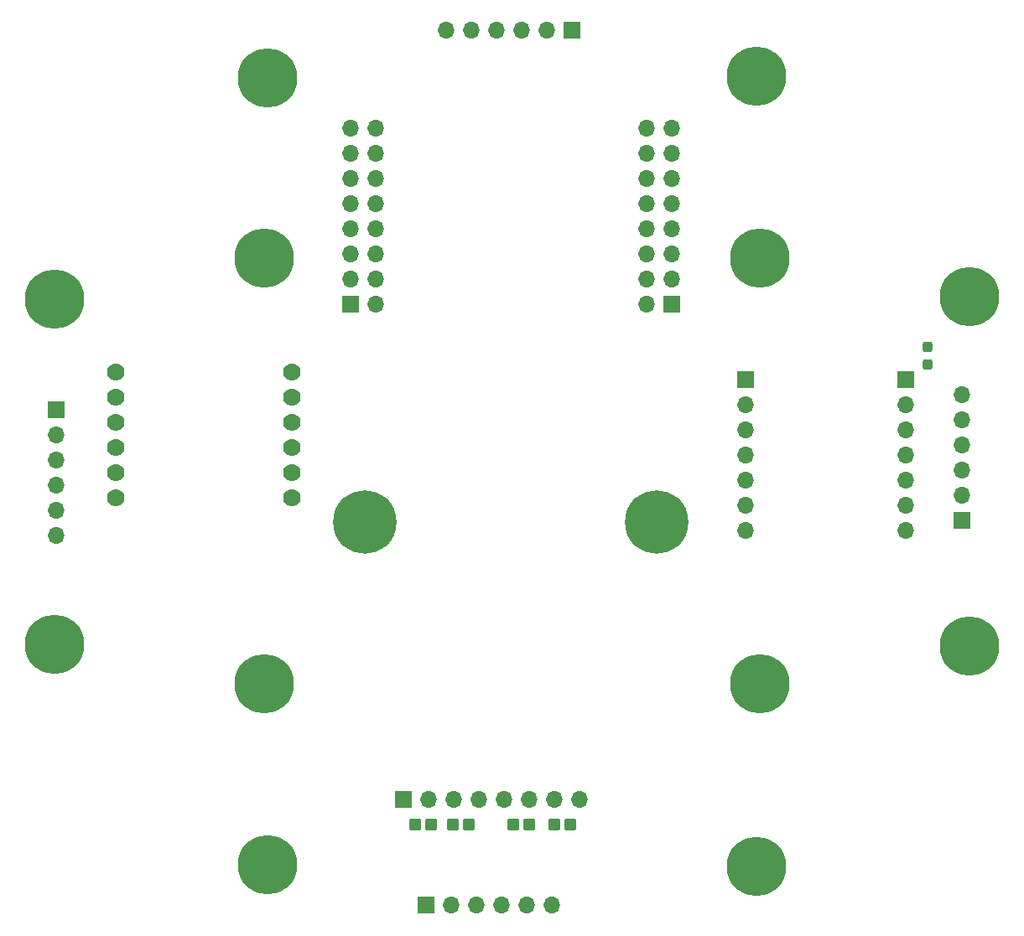
<source format=gbr>
%TF.GenerationSoftware,KiCad,Pcbnew,7.0.7*%
%TF.CreationDate,2024-02-23T14:56:57+08:00*%
%TF.ProjectId,l3,6c332e6b-6963-4616-945f-706362585858,rev?*%
%TF.SameCoordinates,Original*%
%TF.FileFunction,Soldermask,Top*%
%TF.FilePolarity,Negative*%
%FSLAX46Y46*%
G04 Gerber Fmt 4.6, Leading zero omitted, Abs format (unit mm)*
G04 Created by KiCad (PCBNEW 7.0.7) date 2024-02-23 14:56:57*
%MOMM*%
%LPD*%
G01*
G04 APERTURE LIST*
G04 Aperture macros list*
%AMRoundRect*
0 Rectangle with rounded corners*
0 $1 Rounding radius*
0 $2 $3 $4 $5 $6 $7 $8 $9 X,Y pos of 4 corners*
0 Add a 4 corners polygon primitive as box body*
4,1,4,$2,$3,$4,$5,$6,$7,$8,$9,$2,$3,0*
0 Add four circle primitives for the rounded corners*
1,1,$1+$1,$2,$3*
1,1,$1+$1,$4,$5*
1,1,$1+$1,$6,$7*
1,1,$1+$1,$8,$9*
0 Add four rect primitives between the rounded corners*
20,1,$1+$1,$2,$3,$4,$5,0*
20,1,$1+$1,$4,$5,$6,$7,0*
20,1,$1+$1,$6,$7,$8,$9,0*
20,1,$1+$1,$8,$9,$2,$3,0*%
G04 Aperture macros list end*
%ADD10RoundRect,0.200000X0.400000X0.400000X-0.400000X0.400000X-0.400000X-0.400000X0.400000X-0.400000X0*%
%ADD11R,1.700000X1.700000*%
%ADD12O,1.700000X1.700000*%
%ADD13C,0.800000*%
%ADD14C,6.000000*%
%ADD15RoundRect,0.200000X-0.400000X-0.400000X0.400000X-0.400000X0.400000X0.400000X-0.400000X0.400000X0*%
%ADD16C,1.778000*%
%ADD17C,6.400000*%
%ADD18RoundRect,0.237500X-0.237500X0.287500X-0.237500X-0.287500X0.237500X-0.287500X0.237500X0.287500X0*%
G04 APERTURE END LIST*
D10*
%TO.C,R2*%
X-4228626Y-35837580D03*
X-5828626Y-35837580D03*
%TD*%
D11*
%TO.C,J3*%
X45555374Y-5103580D03*
D12*
X45555374Y-2563580D03*
X45555374Y-23580D03*
X45555374Y2516420D03*
X45555374Y5056420D03*
X45555374Y7596420D03*
%TD*%
D13*
%TO.C,H10*%
X-48337068Y17317603D03*
X-47678058Y18908593D03*
X-47678058Y15726613D03*
X-46087068Y19567603D03*
D14*
X-46087068Y17317603D03*
D13*
X-46087068Y15067603D03*
X-44496078Y18908593D03*
X-44496078Y15726613D03*
X-43837068Y17317603D03*
%TD*%
%TO.C,H2*%
X-27167738Y21457787D03*
X-26508728Y23048777D03*
X-26508728Y19866797D03*
X-24917738Y23707787D03*
D14*
X-24917738Y21457787D03*
D13*
X-24917738Y19207787D03*
X-23326748Y23048777D03*
X-23326748Y19866797D03*
X-22667738Y21457787D03*
%TD*%
%TO.C,H1*%
X22504921Y39794635D03*
X23163931Y41385625D03*
X23163931Y38203645D03*
X24754921Y42044635D03*
D14*
X24754921Y39794635D03*
D13*
X24754921Y37544635D03*
X26345911Y41385625D03*
X26345911Y38203645D03*
X27004921Y39794635D03*
%TD*%
%TO.C,H9*%
X-26802659Y39617136D03*
X-26143649Y41208126D03*
X-26143649Y38026146D03*
X-24552659Y41867136D03*
D14*
X-24552659Y39617136D03*
D13*
X-24552659Y37367136D03*
X-22961669Y41208126D03*
X-22961669Y38026146D03*
X-22302659Y39617136D03*
%TD*%
D15*
%TO.C,R3*%
X267374Y-35837580D03*
X1867374Y-35837580D03*
%TD*%
D11*
%TO.C,J2*%
X6185374Y44426420D03*
D12*
X3645374Y44426420D03*
X1105374Y44426420D03*
X-1434626Y44426420D03*
X-3974626Y44426420D03*
X-6514626Y44426420D03*
%TD*%
D11*
%TO.C,J1*%
X-10849500Y-33259580D03*
D12*
X-8309500Y-33259580D03*
X-5769500Y-33259580D03*
X-3229500Y-33259580D03*
X-689500Y-33259580D03*
X1850500Y-33259580D03*
X4390500Y-33259580D03*
X6930500Y-33259580D03*
%TD*%
D13*
%TO.C,H3*%
X22832262Y21457787D03*
X23491272Y23048777D03*
X23491272Y19866797D03*
X25082262Y23707787D03*
D14*
X25082262Y21457787D03*
D13*
X25082262Y19207787D03*
X26673252Y23048777D03*
X26673252Y19866797D03*
X27332262Y21457787D03*
%TD*%
%TO.C,H12*%
X22542659Y-40056559D03*
X23201669Y-38465569D03*
X23201669Y-41647549D03*
X24792659Y-37806559D03*
D14*
X24792659Y-40056559D03*
D13*
X24792659Y-42306559D03*
X26383649Y-38465569D03*
X26383649Y-41647549D03*
X27042659Y-40056559D03*
%TD*%
D11*
%TO.C,J4*%
X-8546626Y-43965580D03*
D12*
X-6006626Y-43965580D03*
X-3466626Y-43965580D03*
X-926626Y-43965580D03*
X1613374Y-43965580D03*
X4153374Y-43965580D03*
%TD*%
D13*
%TO.C,H8*%
X-26840397Y-39879060D03*
X-26181387Y-38288070D03*
X-26181387Y-41470050D03*
X-24590397Y-37629060D03*
D14*
X-24590397Y-39879060D03*
D13*
X-24590397Y-42129060D03*
X-22999407Y-38288070D03*
X-22999407Y-41470050D03*
X-22340397Y-39879060D03*
%TD*%
D16*
%TO.C,U2*%
X-39915626Y9882420D03*
X-39915626Y7342420D03*
X-39915626Y4802420D03*
X-39915626Y2262420D03*
X-39915626Y-277580D03*
X-39915626Y-2817580D03*
X-22135626Y9882420D03*
X-22135626Y7342420D03*
X-22135626Y4802420D03*
X-22135626Y2262420D03*
X-22135626Y-277580D03*
X-22135626Y-2817580D03*
%TD*%
D10*
%TO.C,R4*%
X5969374Y-35837580D03*
X4369374Y-35837580D03*
%TD*%
D15*
%TO.C,R1*%
X-9638626Y-35837580D03*
X-8038626Y-35837580D03*
%TD*%
D11*
%TO.C,U3*%
X23660000Y9120420D03*
D12*
X23660000Y6580420D03*
X23660000Y4040420D03*
X23660000Y1500420D03*
X23660000Y-1039580D03*
X23660000Y-3579580D03*
X23660000Y-6119580D03*
X39825000Y-6119580D03*
X39825000Y-3579580D03*
X39825000Y-1039580D03*
X39825000Y1500420D03*
X39825000Y4040420D03*
X39825000Y6580420D03*
D11*
X39825000Y9120420D03*
%TD*%
D13*
%TO.C,H7*%
X22832262Y-21542213D03*
X23491272Y-19951223D03*
X23491272Y-23133203D03*
X25082262Y-19292213D03*
D14*
X25082262Y-21542213D03*
D13*
X25082262Y-23792213D03*
X26673252Y-19951223D03*
X26673252Y-23133203D03*
X27332262Y-21542213D03*
%TD*%
D11*
%TO.C,J6*%
X-45884626Y6072420D03*
D12*
X-45884626Y3532420D03*
X-45884626Y992420D03*
X-45884626Y-1547580D03*
X-45884626Y-4087580D03*
X-45884626Y-6627580D03*
%TD*%
D13*
%TO.C,H4*%
X44039331Y17495101D03*
X44698341Y19086091D03*
X44698341Y15904111D03*
X46289331Y19745101D03*
D14*
X46289331Y17495101D03*
D13*
X46289331Y15245101D03*
X47880321Y19086091D03*
X47880321Y15904111D03*
X48539331Y17495101D03*
%TD*%
%TO.C,H5*%
X-48374807Y-17579526D03*
X-47715797Y-15988536D03*
X-47715797Y-19170516D03*
X-46124807Y-15329526D03*
D14*
X-46124807Y-17579526D03*
D13*
X-46124807Y-19829526D03*
X-44533817Y-15988536D03*
X-44533817Y-19170516D03*
X-43874807Y-17579526D03*
%TD*%
D11*
%TO.C,J5*%
X16210944Y16756000D03*
D12*
X13670944Y16756000D03*
X16210944Y19296000D03*
X13670944Y19296000D03*
X16210944Y21836000D03*
X13670944Y21836000D03*
X16210944Y24376000D03*
X13670944Y24376000D03*
X16210944Y26916000D03*
X13670944Y26916000D03*
X16210944Y29456000D03*
X13670944Y29456000D03*
X16210944Y31996000D03*
X13670944Y31996000D03*
X16210944Y34536000D03*
X13670944Y34536000D03*
X-13649056Y16776000D03*
D11*
X-16189056Y16776000D03*
D12*
X-13649056Y19316000D03*
X-16189056Y19316000D03*
X-13649056Y21856000D03*
X-16189056Y21856000D03*
X-13649056Y24396000D03*
X-16189056Y24396000D03*
X-13649056Y26936000D03*
X-16189056Y26936000D03*
X-13649056Y29476000D03*
X-16189056Y29476000D03*
X-13649056Y32016000D03*
X-16189056Y32016000D03*
X-13649056Y34556000D03*
X-16189056Y34556000D03*
D13*
X17092944Y-5207000D03*
X16390000Y-6904056D03*
X16390000Y-3509944D03*
X14692944Y-7607000D03*
D17*
X14692944Y-5207000D03*
D13*
X14692944Y-2807000D03*
X12995888Y-6904056D03*
X12995888Y-3509944D03*
X12292944Y-5207000D03*
X-12371056Y-5207000D03*
X-13074000Y-6904056D03*
X-13074000Y-3509944D03*
X-14771056Y-7607000D03*
D17*
X-14771056Y-5207000D03*
D13*
X-14771056Y-2807000D03*
X-16468112Y-6904056D03*
X-16468112Y-3509944D03*
X-17171056Y-5207000D03*
%TD*%
%TO.C,H6*%
X-27167738Y-21542213D03*
X-26508728Y-19951223D03*
X-26508728Y-23133203D03*
X-24917738Y-19292213D03*
D14*
X-24917738Y-21542213D03*
D13*
X-24917738Y-23792213D03*
X-23326748Y-19951223D03*
X-23326748Y-23133203D03*
X-22667738Y-21542213D03*
%TD*%
%TO.C,H11*%
X44077070Y-17757024D03*
X44736080Y-16166034D03*
X44736080Y-19348014D03*
X46327070Y-15507024D03*
D14*
X46327070Y-17757024D03*
D13*
X46327070Y-20007024D03*
X47918060Y-16166034D03*
X47918060Y-19348014D03*
X48577070Y-17757024D03*
%TD*%
D18*
%TO.C,D1*%
X42030000Y12415000D03*
X42030000Y10665000D03*
%TD*%
M02*

</source>
